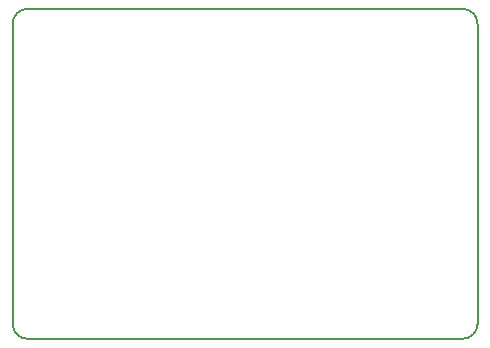
<source format=gbr>
%TF.GenerationSoftware,KiCad,Pcbnew,(5.0.0)*%
%TF.CreationDate,2018-08-05T20:37:26+03:00*%
%TF.ProjectId,lora1276Breakout,6C6F726131323736427265616B6F7574,1.0*%
%TF.SameCoordinates,Original*%
%TF.FileFunction,Profile,NP*%
%FSLAX46Y46*%
G04 Gerber Fmt 4.6, Leading zero omitted, Abs format (unit mm)*
G04 Created by KiCad (PCBNEW (5.0.0)) date 08/05/18 20:37:26*
%MOMM*%
%LPD*%
G01*
G04 APERTURE LIST*
%ADD10C,0.150000*%
G04 APERTURE END LIST*
D10*
X139700000Y-106680000D02*
X139700000Y-81280000D01*
X140970000Y-107950000D02*
X177800000Y-107950000D01*
X179070000Y-106680000D02*
X179070000Y-105410000D01*
X140970000Y-107950000D02*
G75*
G02X139700000Y-106680000I0J1270000D01*
G01*
X179070000Y-106680000D02*
G75*
G02X177800000Y-107950000I-1270000J0D01*
G01*
X179070000Y-81280000D02*
X179070000Y-105410000D01*
X177800000Y-80010000D02*
G75*
G02X179070000Y-81280000I0J-1270000D01*
G01*
X140970000Y-80010000D02*
X177800000Y-80010000D01*
X139700000Y-81280000D02*
G75*
G02X140970000Y-80010000I1270000J0D01*
G01*
M02*

</source>
